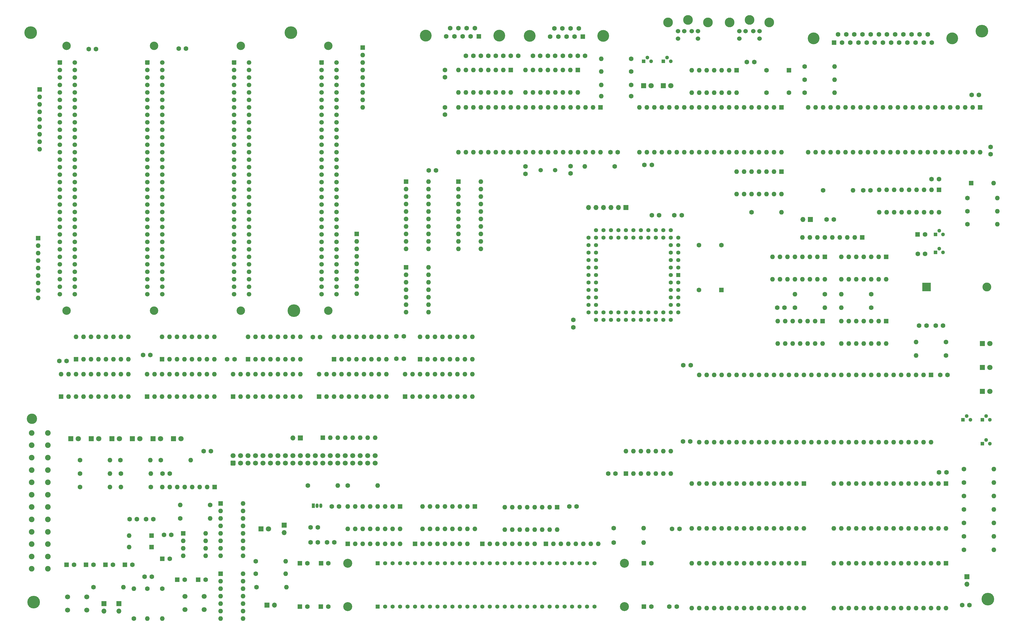
<source format=gbs>
G04 #@! TF.GenerationSoftware,KiCad,Pcbnew,(5.1.10)-1*
G04 #@! TF.CreationDate,2021-07-30T10:19:15+01:00*
G04 #@! TF.ProjectId,yddraig68k,79646472-6169-4673-9638-6b2e6b696361,rev?*
G04 #@! TF.SameCoordinates,Original*
G04 #@! TF.FileFunction,Soldermask,Bot*
G04 #@! TF.FilePolarity,Negative*
%FSLAX46Y46*%
G04 Gerber Fmt 4.6, Leading zero omitted, Abs format (unit mm)*
G04 Created by KiCad (PCBNEW (5.1.10)-1) date 2021-07-30 10:19:15*
%MOMM*%
%LPD*%
G01*
G04 APERTURE LIST*
%ADD10O,1.600000X1.600000*%
%ADD11R,1.600000X1.600000*%
%ADD12C,3.048000*%
%ADD13C,1.397000*%
%ADD14R,1.397000X1.397000*%
%ADD15C,1.600000*%
%ADD16C,4.300000*%
%ADD17R,3.000000X3.000000*%
%ADD18C,3.000000*%
%ADD19C,1.422400*%
%ADD20R,1.422400X1.422400*%
%ADD21C,2.850000*%
%ADD22C,1.550000*%
%ADD23C,1.500000*%
%ADD24C,1.700000*%
%ADD25R,1.050000X1.500000*%
%ADD26O,1.050000X1.500000*%
%ADD27R,1.300000X1.300000*%
%ADD28C,1.300000*%
%ADD29O,1.700000X1.700000*%
%ADD30R,1.700000X1.700000*%
%ADD31C,4.000000*%
%ADD32C,3.300000*%
%ADD33C,1.524000*%
%ADD34C,3.505200*%
%ADD35C,1.905000*%
%ADD36C,1.800000*%
%ADD37R,1.800000X1.800000*%
G04 APERTURE END LIST*
D10*
X387985000Y-92456000D03*
X329565000Y-77216000D03*
X385445000Y-92456000D03*
X332105000Y-77216000D03*
X382905000Y-92456000D03*
X334645000Y-77216000D03*
X380365000Y-92456000D03*
X337185000Y-77216000D03*
X377825000Y-92456000D03*
X339725000Y-77216000D03*
X375285000Y-92456000D03*
X342265000Y-77216000D03*
X372745000Y-92456000D03*
X344805000Y-77216000D03*
X370205000Y-92456000D03*
X347345000Y-77216000D03*
X367665000Y-92456000D03*
X349885000Y-77216000D03*
X365125000Y-92456000D03*
X352425000Y-77216000D03*
X362585000Y-92456000D03*
X354965000Y-77216000D03*
X360045000Y-92456000D03*
X357505000Y-77216000D03*
X357505000Y-92456000D03*
X360045000Y-77216000D03*
X354965000Y-92456000D03*
X362585000Y-77216000D03*
X352425000Y-92456000D03*
X365125000Y-77216000D03*
X349885000Y-92456000D03*
X367665000Y-77216000D03*
X347345000Y-92456000D03*
X370205000Y-77216000D03*
X344805000Y-92456000D03*
X372745000Y-77216000D03*
X342265000Y-92456000D03*
X375285000Y-77216000D03*
X339725000Y-92456000D03*
X377825000Y-77216000D03*
X337185000Y-92456000D03*
X380365000Y-77216000D03*
X334645000Y-92456000D03*
X382905000Y-77216000D03*
X332105000Y-92456000D03*
X385445000Y-77216000D03*
X329565000Y-92456000D03*
D11*
X387985000Y-77216000D03*
D12*
X173228000Y-232156000D03*
X267208000Y-232156000D03*
D13*
X257048000Y-232156000D03*
X254508000Y-232156000D03*
X251968000Y-232156000D03*
X249428000Y-232156000D03*
X246888000Y-232156000D03*
X244348000Y-232156000D03*
X241808000Y-232156000D03*
X239268000Y-232156000D03*
X236728000Y-232156000D03*
X234188000Y-232156000D03*
X231648000Y-232156000D03*
X229108000Y-232156000D03*
X226568000Y-232156000D03*
X224028000Y-232156000D03*
X221488000Y-232156000D03*
X218948000Y-232156000D03*
X216408000Y-232156000D03*
X213868000Y-232156000D03*
X211328000Y-232156000D03*
X208788000Y-232156000D03*
X206248000Y-232156000D03*
X203708000Y-232156000D03*
X201168000Y-232156000D03*
X198628000Y-232156000D03*
X196088000Y-232156000D03*
X193548000Y-232156000D03*
X191008000Y-232156000D03*
X188468000Y-232156000D03*
X185928000Y-232156000D03*
D14*
X183388000Y-232156000D03*
D15*
X375434000Y-151384000D03*
X372934000Y-151384000D03*
X369784000Y-151384000D03*
X367284000Y-151384000D03*
D10*
X183388000Y-205740000D03*
D15*
X173228000Y-205740000D03*
D10*
X191008000Y-225552000D03*
X188468000Y-225552000D03*
X185928000Y-225552000D03*
X183388000Y-225552000D03*
X180848000Y-225552000D03*
X178308000Y-225552000D03*
X175768000Y-225552000D03*
D11*
X173228000Y-225552000D03*
D10*
X258318000Y-225552000D03*
X255778000Y-225552000D03*
X253238000Y-225552000D03*
X250698000Y-225552000D03*
X248158000Y-225552000D03*
X245618000Y-225552000D03*
X243078000Y-225552000D03*
D11*
X240538000Y-225552000D03*
D10*
X213868000Y-225552000D03*
X211328000Y-225552000D03*
X208788000Y-225552000D03*
X206248000Y-225552000D03*
X203708000Y-225552000D03*
X201168000Y-225552000D03*
X198628000Y-225552000D03*
D11*
X196088000Y-225552000D03*
D10*
X236728000Y-225552000D03*
X234188000Y-225552000D03*
X231648000Y-225552000D03*
X229108000Y-225552000D03*
X226568000Y-225552000D03*
X224028000Y-225552000D03*
X221488000Y-225552000D03*
D11*
X218948000Y-225552000D03*
D10*
X110236000Y-206248000D03*
X112776000Y-206248000D03*
X115316000Y-206248000D03*
X117856000Y-206248000D03*
X120396000Y-206248000D03*
X122936000Y-206248000D03*
X125476000Y-206248000D03*
D11*
X128016000Y-206248000D03*
D10*
X182499000Y-189484000D03*
X179959000Y-189484000D03*
X177419000Y-189484000D03*
X174879000Y-189484000D03*
X172339000Y-189484000D03*
X169799000Y-189484000D03*
X167259000Y-189484000D03*
D11*
X164719000Y-189484000D03*
D15*
X246293000Y-59690000D03*
X248793000Y-59690000D03*
D16*
X153924000Y-51816000D03*
X154940000Y-146304000D03*
X388620000Y-51308000D03*
X390652000Y-244348000D03*
X66548000Y-245364000D03*
X65532000Y-51816000D03*
D10*
X356108000Y-157480000D03*
X340868000Y-149860000D03*
X353568000Y-157480000D03*
X343408000Y-149860000D03*
X351028000Y-157480000D03*
X345948000Y-149860000D03*
X348488000Y-157480000D03*
X348488000Y-149860000D03*
X345948000Y-157480000D03*
X351028000Y-149860000D03*
X343408000Y-157480000D03*
X353568000Y-149860000D03*
X340868000Y-157480000D03*
D11*
X356108000Y-149860000D03*
D10*
X334518000Y-157480000D03*
X319278000Y-149860000D03*
X331978000Y-157480000D03*
X321818000Y-149860000D03*
X329438000Y-157480000D03*
X324358000Y-149860000D03*
X326898000Y-157480000D03*
X326898000Y-149860000D03*
X324358000Y-157480000D03*
X329438000Y-149860000D03*
X321818000Y-157480000D03*
X331978000Y-149860000D03*
X319278000Y-157480000D03*
D11*
X334518000Y-149860000D03*
D10*
X320548000Y-106680000D03*
X305308000Y-99060000D03*
X318008000Y-106680000D03*
X307848000Y-99060000D03*
X315468000Y-106680000D03*
X310388000Y-99060000D03*
X312928000Y-106680000D03*
X312928000Y-99060000D03*
X310388000Y-106680000D03*
X315468000Y-99060000D03*
X307848000Y-106680000D03*
X318008000Y-99060000D03*
X305308000Y-106680000D03*
D11*
X320548000Y-99060000D03*
D10*
X169799000Y-205740000D03*
D15*
X159639000Y-205740000D03*
D17*
X369781000Y-138303000D03*
D18*
X390271000Y-138303000D03*
D10*
X273685000Y-225171000D03*
D15*
X263525000Y-225171000D03*
D19*
X280416000Y-149479000D03*
X277876000Y-149479000D03*
X275336000Y-149479000D03*
X272796000Y-149479000D03*
X270256000Y-149479000D03*
X267716000Y-149479000D03*
X265176000Y-149479000D03*
X262636000Y-149479000D03*
X260096000Y-149479000D03*
X257556000Y-149479000D03*
X280416000Y-146939000D03*
X277876000Y-146939000D03*
X275336000Y-146939000D03*
X272796000Y-146939000D03*
X270256000Y-146939000D03*
X267716000Y-146939000D03*
X265176000Y-146939000D03*
X262636000Y-146939000D03*
X260096000Y-146939000D03*
X257556000Y-146939000D03*
X255016000Y-146939000D03*
X255016000Y-144399000D03*
X255016000Y-141859000D03*
X255016000Y-139319000D03*
X255016000Y-136779000D03*
X255016000Y-134239000D03*
X255016000Y-131699000D03*
X255016000Y-129159000D03*
X255016000Y-126619000D03*
X255016000Y-124079000D03*
X255016000Y-121539000D03*
X257556000Y-144399000D03*
X257556000Y-141859000D03*
X257556000Y-139319000D03*
X257556000Y-136779000D03*
X257556000Y-134239000D03*
X257556000Y-131699000D03*
X257556000Y-129159000D03*
X257556000Y-126619000D03*
X257556000Y-124079000D03*
X257556000Y-121539000D03*
X257556000Y-118999000D03*
X260096000Y-118999000D03*
X262636000Y-118999000D03*
X265176000Y-118999000D03*
X267716000Y-118999000D03*
X270256000Y-118999000D03*
X272796000Y-118999000D03*
X275336000Y-118999000D03*
X277876000Y-118999000D03*
X280416000Y-118999000D03*
X282956000Y-118999000D03*
X260096000Y-121539000D03*
X262636000Y-121539000D03*
X265176000Y-121539000D03*
X267716000Y-121539000D03*
X270256000Y-121539000D03*
X272796000Y-121539000D03*
X275336000Y-121539000D03*
X277876000Y-121539000D03*
X280416000Y-121539000D03*
X282956000Y-121539000D03*
X285496000Y-146939000D03*
X285496000Y-144399000D03*
X285496000Y-141859000D03*
X285496000Y-139319000D03*
X285496000Y-136779000D03*
X285496000Y-121539000D03*
X285496000Y-124079000D03*
X285496000Y-126619000D03*
X285496000Y-129159000D03*
X285496000Y-131699000D03*
D20*
X285496000Y-134239000D03*
D19*
X282956000Y-149479000D03*
X282956000Y-146939000D03*
X282956000Y-144399000D03*
X282956000Y-141859000D03*
X282956000Y-139319000D03*
X282956000Y-136779000D03*
X282956000Y-124079000D03*
X282956000Y-126619000D03*
X282956000Y-129159000D03*
X282956000Y-131699000D03*
X282956000Y-134239000D03*
D10*
X320548000Y-92456000D03*
X272288000Y-77216000D03*
X318008000Y-92456000D03*
X274828000Y-77216000D03*
X315468000Y-92456000D03*
X277368000Y-77216000D03*
X312928000Y-92456000D03*
X279908000Y-77216000D03*
X310388000Y-92456000D03*
X282448000Y-77216000D03*
X307848000Y-92456000D03*
X284988000Y-77216000D03*
X305308000Y-92456000D03*
X287528000Y-77216000D03*
X302768000Y-92456000D03*
X290068000Y-77216000D03*
X300228000Y-92456000D03*
X292608000Y-77216000D03*
X297688000Y-92456000D03*
X295148000Y-77216000D03*
X295148000Y-92456000D03*
X297688000Y-77216000D03*
X292608000Y-92456000D03*
X300228000Y-77216000D03*
X290068000Y-92456000D03*
X302768000Y-77216000D03*
X287528000Y-92456000D03*
X305308000Y-77216000D03*
X284988000Y-92456000D03*
X307848000Y-77216000D03*
X282448000Y-92456000D03*
X310388000Y-77216000D03*
X279908000Y-92456000D03*
X312928000Y-77216000D03*
X277368000Y-92456000D03*
X315468000Y-77216000D03*
X274828000Y-92456000D03*
X318008000Y-77216000D03*
X272288000Y-92456000D03*
D11*
X320548000Y-77216000D03*
D21*
X166578000Y-146346000D03*
X166578000Y-56346000D03*
D22*
X169418000Y-140716000D03*
X169418000Y-138176000D03*
X169418000Y-135636000D03*
X169418000Y-133096000D03*
X169418000Y-130556000D03*
X169418000Y-128016000D03*
X169418000Y-125476000D03*
X169418000Y-122936000D03*
X169418000Y-120396000D03*
X169418000Y-117856000D03*
X169418000Y-115316000D03*
X169418000Y-112776000D03*
X169418000Y-110236000D03*
X169418000Y-107696000D03*
X169418000Y-105156000D03*
X169418000Y-102616000D03*
X169418000Y-100076000D03*
X169418000Y-97536000D03*
X169418000Y-94996000D03*
X169418000Y-92456000D03*
X169418000Y-89916000D03*
X169418000Y-87376000D03*
X169418000Y-84836000D03*
X169418000Y-82296000D03*
X169418000Y-79756000D03*
X169418000Y-77216000D03*
X169418000Y-74676000D03*
X169418000Y-72136000D03*
X169418000Y-69596000D03*
X169418000Y-67056000D03*
X169418000Y-64516000D03*
X169418000Y-61976000D03*
X164338000Y-140716000D03*
X164338000Y-138176000D03*
X164338000Y-135636000D03*
X164338000Y-133096000D03*
X164338000Y-130556000D03*
X164338000Y-128016000D03*
X164338000Y-125476000D03*
X164338000Y-122936000D03*
X164338000Y-120396000D03*
X164338000Y-117856000D03*
X164338000Y-115316000D03*
X164338000Y-112776000D03*
X164338000Y-110236000D03*
X164338000Y-107696000D03*
X164338000Y-105156000D03*
X164338000Y-102616000D03*
X164338000Y-100076000D03*
X164338000Y-97536000D03*
X164338000Y-94996000D03*
X164338000Y-92456000D03*
X164338000Y-89916000D03*
X164338000Y-87376000D03*
X164338000Y-84836000D03*
X164338000Y-82296000D03*
X164338000Y-79756000D03*
X164338000Y-77216000D03*
X164338000Y-74676000D03*
X164338000Y-72136000D03*
X164338000Y-69596000D03*
X164338000Y-67056000D03*
X164338000Y-64516000D03*
G36*
G01*
X163563000Y-62501002D02*
X163563000Y-61450998D01*
G75*
G02*
X163812998Y-61201000I249998J0D01*
G01*
X164863002Y-61201000D01*
G75*
G02*
X165113000Y-61450998I0J-249998D01*
G01*
X165113000Y-62501002D01*
G75*
G02*
X164863002Y-62751000I-249998J0D01*
G01*
X163812998Y-62751000D01*
G75*
G02*
X163563000Y-62501002I0J249998D01*
G01*
G37*
D10*
X328168000Y-247396000D03*
X290068000Y-232156000D03*
X325628000Y-247396000D03*
X292608000Y-232156000D03*
X323088000Y-247396000D03*
X295148000Y-232156000D03*
X320548000Y-247396000D03*
X297688000Y-232156000D03*
X318008000Y-247396000D03*
X300228000Y-232156000D03*
X315468000Y-247396000D03*
X302768000Y-232156000D03*
X312928000Y-247396000D03*
X305308000Y-232156000D03*
X310388000Y-247396000D03*
X307848000Y-232156000D03*
X307848000Y-247396000D03*
X310388000Y-232156000D03*
X305308000Y-247396000D03*
X312928000Y-232156000D03*
X302768000Y-247396000D03*
X315468000Y-232156000D03*
X300228000Y-247396000D03*
X318008000Y-232156000D03*
X297688000Y-247396000D03*
X320548000Y-232156000D03*
X295148000Y-247396000D03*
X323088000Y-232156000D03*
X292608000Y-247396000D03*
X325628000Y-232156000D03*
X290068000Y-247396000D03*
D11*
X328168000Y-232156000D03*
G36*
G01*
X133845000Y-62501002D02*
X133845000Y-61450998D01*
G75*
G02*
X134094998Y-61201000I249998J0D01*
G01*
X135145002Y-61201000D01*
G75*
G02*
X135395000Y-61450998I0J-249998D01*
G01*
X135395000Y-62501002D01*
G75*
G02*
X135145002Y-62751000I-249998J0D01*
G01*
X134094998Y-62751000D01*
G75*
G02*
X133845000Y-62501002I0J249998D01*
G01*
G37*
D22*
X134620000Y-64516000D03*
X134620000Y-67056000D03*
X134620000Y-69596000D03*
X134620000Y-72136000D03*
X134620000Y-74676000D03*
X134620000Y-77216000D03*
X134620000Y-79756000D03*
X134620000Y-82296000D03*
X134620000Y-84836000D03*
X134620000Y-87376000D03*
X134620000Y-89916000D03*
X134620000Y-92456000D03*
X134620000Y-94996000D03*
X134620000Y-97536000D03*
X134620000Y-100076000D03*
X134620000Y-102616000D03*
X134620000Y-105156000D03*
X134620000Y-107696000D03*
X134620000Y-110236000D03*
X134620000Y-112776000D03*
X134620000Y-115316000D03*
X134620000Y-117856000D03*
X134620000Y-120396000D03*
X134620000Y-122936000D03*
X134620000Y-125476000D03*
X134620000Y-128016000D03*
X134620000Y-130556000D03*
X134620000Y-133096000D03*
X134620000Y-135636000D03*
X134620000Y-138176000D03*
X134620000Y-140716000D03*
X139700000Y-61976000D03*
X139700000Y-64516000D03*
X139700000Y-67056000D03*
X139700000Y-69596000D03*
X139700000Y-72136000D03*
X139700000Y-74676000D03*
X139700000Y-77216000D03*
X139700000Y-79756000D03*
X139700000Y-82296000D03*
X139700000Y-84836000D03*
X139700000Y-87376000D03*
X139700000Y-89916000D03*
X139700000Y-92456000D03*
X139700000Y-94996000D03*
X139700000Y-97536000D03*
X139700000Y-100076000D03*
X139700000Y-102616000D03*
X139700000Y-105156000D03*
X139700000Y-107696000D03*
X139700000Y-110236000D03*
X139700000Y-112776000D03*
X139700000Y-115316000D03*
X139700000Y-117856000D03*
X139700000Y-120396000D03*
X139700000Y-122936000D03*
X139700000Y-125476000D03*
X139700000Y-128016000D03*
X139700000Y-130556000D03*
X139700000Y-133096000D03*
X139700000Y-135636000D03*
X139700000Y-138176000D03*
X139700000Y-140716000D03*
D21*
X136860000Y-56346000D03*
X136860000Y-146346000D03*
X107396000Y-146346000D03*
X107396000Y-56346000D03*
D22*
X110236000Y-140716000D03*
X110236000Y-138176000D03*
X110236000Y-135636000D03*
X110236000Y-133096000D03*
X110236000Y-130556000D03*
X110236000Y-128016000D03*
X110236000Y-125476000D03*
X110236000Y-122936000D03*
X110236000Y-120396000D03*
X110236000Y-117856000D03*
X110236000Y-115316000D03*
X110236000Y-112776000D03*
X110236000Y-110236000D03*
X110236000Y-107696000D03*
X110236000Y-105156000D03*
X110236000Y-102616000D03*
X110236000Y-100076000D03*
X110236000Y-97536000D03*
X110236000Y-94996000D03*
X110236000Y-92456000D03*
X110236000Y-89916000D03*
X110236000Y-87376000D03*
X110236000Y-84836000D03*
X110236000Y-82296000D03*
X110236000Y-79756000D03*
X110236000Y-77216000D03*
X110236000Y-74676000D03*
X110236000Y-72136000D03*
X110236000Y-69596000D03*
X110236000Y-67056000D03*
X110236000Y-64516000D03*
X110236000Y-61976000D03*
X105156000Y-140716000D03*
X105156000Y-138176000D03*
X105156000Y-135636000D03*
X105156000Y-133096000D03*
X105156000Y-130556000D03*
X105156000Y-128016000D03*
X105156000Y-125476000D03*
X105156000Y-122936000D03*
X105156000Y-120396000D03*
X105156000Y-117856000D03*
X105156000Y-115316000D03*
X105156000Y-112776000D03*
X105156000Y-110236000D03*
X105156000Y-107696000D03*
X105156000Y-105156000D03*
X105156000Y-102616000D03*
X105156000Y-100076000D03*
X105156000Y-97536000D03*
X105156000Y-94996000D03*
X105156000Y-92456000D03*
X105156000Y-89916000D03*
X105156000Y-87376000D03*
X105156000Y-84836000D03*
X105156000Y-82296000D03*
X105156000Y-79756000D03*
X105156000Y-77216000D03*
X105156000Y-74676000D03*
X105156000Y-72136000D03*
X105156000Y-69596000D03*
X105156000Y-67056000D03*
X105156000Y-64516000D03*
G36*
G01*
X104381000Y-62501002D02*
X104381000Y-61450998D01*
G75*
G02*
X104630998Y-61201000I249998J0D01*
G01*
X105681002Y-61201000D01*
G75*
G02*
X105931000Y-61450998I0J-249998D01*
G01*
X105931000Y-62501002D01*
G75*
G02*
X105681002Y-62751000I-249998J0D01*
G01*
X104630998Y-62751000D01*
G75*
G02*
X104381000Y-62501002I0J249998D01*
G01*
G37*
D10*
X376428000Y-220345000D03*
X338328000Y-205105000D03*
X373888000Y-220345000D03*
X340868000Y-205105000D03*
X371348000Y-220345000D03*
X343408000Y-205105000D03*
X368808000Y-220345000D03*
X345948000Y-205105000D03*
X366268000Y-220345000D03*
X348488000Y-205105000D03*
X363728000Y-220345000D03*
X351028000Y-205105000D03*
X361188000Y-220345000D03*
X353568000Y-205105000D03*
X358648000Y-220345000D03*
X356108000Y-205105000D03*
X356108000Y-220345000D03*
X358648000Y-205105000D03*
X353568000Y-220345000D03*
X361188000Y-205105000D03*
X351028000Y-220345000D03*
X363728000Y-205105000D03*
X348488000Y-220345000D03*
X366268000Y-205105000D03*
X345948000Y-220345000D03*
X368808000Y-205105000D03*
X343408000Y-220345000D03*
X371348000Y-205105000D03*
X340868000Y-220345000D03*
X373888000Y-205105000D03*
X338328000Y-220345000D03*
D11*
X376428000Y-205105000D03*
D10*
X200660000Y-131572000D03*
X193040000Y-146812000D03*
X200660000Y-134112000D03*
X193040000Y-144272000D03*
X200660000Y-136652000D03*
X193040000Y-141732000D03*
X200660000Y-139192000D03*
X193040000Y-139192000D03*
X200660000Y-141732000D03*
X193040000Y-136652000D03*
X200660000Y-144272000D03*
X193040000Y-134112000D03*
X200660000Y-146812000D03*
D11*
X193040000Y-131572000D03*
D23*
X238760000Y-98552000D03*
X243660000Y-98552000D03*
D15*
X315468000Y-64643000D03*
X315468000Y-72263000D03*
X323088000Y-72263000D03*
D11*
X323088000Y-64643000D03*
D15*
X300101000Y-124079000D03*
X292481000Y-124079000D03*
X292481000Y-139319000D03*
D11*
X300101000Y-139319000D03*
D10*
X200660000Y-102489000D03*
X193040000Y-125349000D03*
X200660000Y-105029000D03*
X193040000Y-122809000D03*
X200660000Y-107569000D03*
X193040000Y-120269000D03*
X200660000Y-110109000D03*
X193040000Y-117729000D03*
X200660000Y-112649000D03*
X193040000Y-115189000D03*
X200660000Y-115189000D03*
X193040000Y-112649000D03*
X200660000Y-117729000D03*
X193040000Y-110109000D03*
X200660000Y-120269000D03*
X193040000Y-107569000D03*
X200660000Y-122809000D03*
X193040000Y-105029000D03*
X200660000Y-125349000D03*
D11*
X193040000Y-102489000D03*
D10*
X192659000Y-167894000D03*
X215519000Y-175514000D03*
X195199000Y-167894000D03*
X212979000Y-175514000D03*
X197739000Y-167894000D03*
X210439000Y-175514000D03*
X200279000Y-167894000D03*
X207899000Y-175514000D03*
X202819000Y-167894000D03*
X205359000Y-175514000D03*
X205359000Y-167894000D03*
X202819000Y-175514000D03*
X207899000Y-167894000D03*
X200279000Y-175514000D03*
X210439000Y-167894000D03*
X197739000Y-175514000D03*
X212979000Y-167894000D03*
X195199000Y-175514000D03*
X215519000Y-167894000D03*
D11*
X192659000Y-175514000D03*
D10*
X163449000Y-167894000D03*
X186309000Y-175514000D03*
X165989000Y-167894000D03*
X183769000Y-175514000D03*
X168529000Y-167894000D03*
X181229000Y-175514000D03*
X171069000Y-167894000D03*
X178689000Y-175514000D03*
X173609000Y-167894000D03*
X176149000Y-175514000D03*
X176149000Y-167894000D03*
X173609000Y-175514000D03*
X178689000Y-167894000D03*
X171069000Y-175514000D03*
X181229000Y-167894000D03*
X168529000Y-175514000D03*
X183769000Y-167894000D03*
X165989000Y-175514000D03*
X186309000Y-167894000D03*
D11*
X163449000Y-175514000D03*
D10*
X218440000Y-102489000D03*
X210820000Y-125349000D03*
X218440000Y-105029000D03*
X210820000Y-122809000D03*
X218440000Y-107569000D03*
X210820000Y-120269000D03*
X218440000Y-110109000D03*
X210820000Y-117729000D03*
X218440000Y-112649000D03*
X210820000Y-115189000D03*
X218440000Y-115189000D03*
X210820000Y-112649000D03*
X218440000Y-117729000D03*
X210820000Y-110109000D03*
X218440000Y-120269000D03*
X210820000Y-107569000D03*
X218440000Y-122809000D03*
X210820000Y-105029000D03*
X218440000Y-125349000D03*
D11*
X210820000Y-102489000D03*
D10*
X134239000Y-167894000D03*
X157099000Y-175514000D03*
X136779000Y-167894000D03*
X154559000Y-175514000D03*
X139319000Y-167894000D03*
X152019000Y-175514000D03*
X141859000Y-167894000D03*
X149479000Y-175514000D03*
X144399000Y-167894000D03*
X146939000Y-175514000D03*
X146939000Y-167894000D03*
X144399000Y-175514000D03*
X149479000Y-167894000D03*
X141859000Y-175514000D03*
X152019000Y-167894000D03*
X139319000Y-175514000D03*
X154559000Y-167894000D03*
X136779000Y-175514000D03*
X157099000Y-167894000D03*
D11*
X134239000Y-175514000D03*
D10*
X105029000Y-167894000D03*
X127889000Y-175514000D03*
X107569000Y-167894000D03*
X125349000Y-175514000D03*
X110109000Y-167894000D03*
X122809000Y-175514000D03*
X112649000Y-167894000D03*
X120269000Y-175514000D03*
X115189000Y-167894000D03*
X117729000Y-175514000D03*
X117729000Y-167894000D03*
X115189000Y-175514000D03*
X120269000Y-167894000D03*
X112649000Y-175514000D03*
X122809000Y-167894000D03*
X110109000Y-175514000D03*
X125349000Y-167894000D03*
X107569000Y-175514000D03*
X127889000Y-167894000D03*
D11*
X105029000Y-175514000D03*
D10*
X75819000Y-167894000D03*
X98679000Y-175514000D03*
X78359000Y-167894000D03*
X96139000Y-175514000D03*
X80899000Y-167894000D03*
X93599000Y-175514000D03*
X83439000Y-167894000D03*
X91059000Y-175514000D03*
X85979000Y-167894000D03*
X88519000Y-175514000D03*
X88519000Y-167894000D03*
X85979000Y-175514000D03*
X91059000Y-167894000D03*
X83439000Y-175514000D03*
X93599000Y-167894000D03*
X80899000Y-175514000D03*
X96139000Y-167894000D03*
X78359000Y-175514000D03*
X98679000Y-167894000D03*
D11*
X75819000Y-175514000D03*
D10*
X244348000Y-220726000D03*
X226568000Y-213106000D03*
X241808000Y-220726000D03*
X229108000Y-213106000D03*
X239268000Y-220726000D03*
X231648000Y-213106000D03*
X236728000Y-220726000D03*
X234188000Y-213106000D03*
X234188000Y-220726000D03*
X236728000Y-213106000D03*
X231648000Y-220726000D03*
X239268000Y-213106000D03*
X229108000Y-220726000D03*
X241808000Y-213106000D03*
X226568000Y-220726000D03*
D11*
X244348000Y-213106000D03*
D10*
X216408000Y-220472000D03*
X198628000Y-212852000D03*
X213868000Y-220472000D03*
X201168000Y-212852000D03*
X211328000Y-220472000D03*
X203708000Y-212852000D03*
X208788000Y-220472000D03*
X206248000Y-212852000D03*
X206248000Y-220472000D03*
X208788000Y-212852000D03*
X203708000Y-220472000D03*
X211328000Y-212852000D03*
X201168000Y-220472000D03*
X213868000Y-212852000D03*
X198628000Y-220472000D03*
D11*
X216408000Y-212852000D03*
D10*
X191008000Y-220472000D03*
X173228000Y-212852000D03*
X188468000Y-220472000D03*
X175768000Y-212852000D03*
X185928000Y-220472000D03*
X178308000Y-212852000D03*
X183388000Y-220472000D03*
X180848000Y-212852000D03*
X180848000Y-220472000D03*
X183388000Y-212852000D03*
X178308000Y-220472000D03*
X185928000Y-212852000D03*
X175768000Y-220472000D03*
X188468000Y-212852000D03*
X173228000Y-220472000D03*
D11*
X191008000Y-212852000D03*
D10*
X137668000Y-211836000D03*
X130048000Y-229616000D03*
X137668000Y-214376000D03*
X130048000Y-227076000D03*
X137668000Y-216916000D03*
X130048000Y-224536000D03*
X137668000Y-219456000D03*
X130048000Y-221996000D03*
X137668000Y-221996000D03*
X130048000Y-219456000D03*
X137668000Y-224536000D03*
X130048000Y-216916000D03*
X137668000Y-227076000D03*
X130048000Y-214376000D03*
X137668000Y-229616000D03*
D11*
X130048000Y-211836000D03*
X374015000Y-105283000D03*
D10*
X353695000Y-112903000D03*
X371475000Y-105283000D03*
X356235000Y-112903000D03*
X368935000Y-105283000D03*
X358775000Y-112903000D03*
X366395000Y-105283000D03*
X361315000Y-112903000D03*
X363855000Y-105283000D03*
X363855000Y-112903000D03*
X361315000Y-105283000D03*
X366395000Y-112903000D03*
X358775000Y-105283000D03*
X368935000Y-112903000D03*
X356235000Y-105283000D03*
X371475000Y-112903000D03*
X353695000Y-105283000D03*
X374015000Y-112903000D03*
X251333000Y-72136000D03*
X233553000Y-64516000D03*
X248793000Y-72136000D03*
X236093000Y-64516000D03*
X246253000Y-72136000D03*
X238633000Y-64516000D03*
X243713000Y-72136000D03*
X241173000Y-64516000D03*
X241173000Y-72136000D03*
X243713000Y-64516000D03*
X238633000Y-72136000D03*
X246253000Y-64516000D03*
X236093000Y-72136000D03*
X248793000Y-64516000D03*
X233553000Y-72136000D03*
D11*
X251333000Y-64516000D03*
D10*
X228600000Y-72136000D03*
X210820000Y-64516000D03*
X226060000Y-72136000D03*
X213360000Y-64516000D03*
X223520000Y-72136000D03*
X215900000Y-64516000D03*
X220980000Y-72136000D03*
X218440000Y-64516000D03*
X218440000Y-72136000D03*
X220980000Y-64516000D03*
X215900000Y-72136000D03*
X223520000Y-64516000D03*
X213360000Y-72136000D03*
X226060000Y-64516000D03*
X210820000Y-72136000D03*
D11*
X228600000Y-64516000D03*
D10*
X305308000Y-72263000D03*
X290068000Y-64643000D03*
X302768000Y-72263000D03*
X292608000Y-64643000D03*
X300228000Y-72263000D03*
X295148000Y-64643000D03*
X297688000Y-72263000D03*
X297688000Y-64643000D03*
X295148000Y-72263000D03*
X300228000Y-64643000D03*
X292608000Y-72263000D03*
X302768000Y-64643000D03*
X290068000Y-72263000D03*
D11*
X305308000Y-64643000D03*
D10*
X259080000Y-92456000D03*
X210820000Y-77216000D03*
X256540000Y-92456000D03*
X213360000Y-77216000D03*
X254000000Y-92456000D03*
X215900000Y-77216000D03*
X251460000Y-92456000D03*
X218440000Y-77216000D03*
X248920000Y-92456000D03*
X220980000Y-77216000D03*
X246380000Y-92456000D03*
X223520000Y-77216000D03*
X243840000Y-92456000D03*
X226060000Y-77216000D03*
X241300000Y-92456000D03*
X228600000Y-77216000D03*
X238760000Y-92456000D03*
X231140000Y-77216000D03*
X236220000Y-92456000D03*
X233680000Y-77216000D03*
X233680000Y-92456000D03*
X236220000Y-77216000D03*
X231140000Y-92456000D03*
X238760000Y-77216000D03*
X228600000Y-92456000D03*
X241300000Y-77216000D03*
X226060000Y-92456000D03*
X243840000Y-77216000D03*
X223520000Y-92456000D03*
X246380000Y-77216000D03*
X220980000Y-92456000D03*
X248920000Y-77216000D03*
X218440000Y-92456000D03*
X251460000Y-77216000D03*
X215900000Y-92456000D03*
X254000000Y-77216000D03*
X213360000Y-92456000D03*
X256540000Y-77216000D03*
X210820000Y-92456000D03*
D11*
X259080000Y-77216000D03*
D10*
X335280000Y-135636000D03*
X317500000Y-128016000D03*
X332740000Y-135636000D03*
X320040000Y-128016000D03*
X330200000Y-135636000D03*
X322580000Y-128016000D03*
X327660000Y-135636000D03*
X325120000Y-128016000D03*
X325120000Y-135636000D03*
X327660000Y-128016000D03*
X322580000Y-135636000D03*
X330200000Y-128016000D03*
X320040000Y-135636000D03*
X332740000Y-128016000D03*
X317500000Y-135636000D03*
D11*
X335280000Y-128016000D03*
D10*
X356108000Y-135636000D03*
X340868000Y-128016000D03*
X353568000Y-135636000D03*
X343408000Y-128016000D03*
X351028000Y-135636000D03*
X345948000Y-128016000D03*
X348488000Y-135636000D03*
X348488000Y-128016000D03*
X345948000Y-135636000D03*
X351028000Y-128016000D03*
X343408000Y-135636000D03*
X353568000Y-128016000D03*
X340868000Y-135636000D03*
D11*
X356108000Y-128016000D03*
D10*
X328168000Y-220345000D03*
X290068000Y-205105000D03*
X325628000Y-220345000D03*
X292608000Y-205105000D03*
X323088000Y-220345000D03*
X295148000Y-205105000D03*
X320548000Y-220345000D03*
X297688000Y-205105000D03*
X318008000Y-220345000D03*
X300228000Y-205105000D03*
X315468000Y-220345000D03*
X302768000Y-205105000D03*
X312928000Y-220345000D03*
X305308000Y-205105000D03*
X310388000Y-220345000D03*
X307848000Y-205105000D03*
X307848000Y-220345000D03*
X310388000Y-205105000D03*
X305308000Y-220345000D03*
X312928000Y-205105000D03*
X302768000Y-220345000D03*
X315468000Y-205105000D03*
X300228000Y-220345000D03*
X318008000Y-205105000D03*
X297688000Y-220345000D03*
X320548000Y-205105000D03*
X295148000Y-220345000D03*
X323088000Y-205105000D03*
X292608000Y-220345000D03*
X325628000Y-205105000D03*
X290068000Y-220345000D03*
D11*
X328168000Y-205105000D03*
D10*
X376428000Y-247396000D03*
X338328000Y-232156000D03*
X373888000Y-247396000D03*
X340868000Y-232156000D03*
X371348000Y-247396000D03*
X343408000Y-232156000D03*
X368808000Y-247396000D03*
X345948000Y-232156000D03*
X366268000Y-247396000D03*
X348488000Y-232156000D03*
X363728000Y-247396000D03*
X351028000Y-232156000D03*
X361188000Y-247396000D03*
X353568000Y-232156000D03*
X358648000Y-247396000D03*
X356108000Y-232156000D03*
X356108000Y-247396000D03*
X358648000Y-232156000D03*
X353568000Y-247396000D03*
X361188000Y-232156000D03*
X351028000Y-247396000D03*
X363728000Y-232156000D03*
X348488000Y-247396000D03*
X366268000Y-232156000D03*
X345948000Y-247396000D03*
X368808000Y-232156000D03*
X343408000Y-247396000D03*
X371348000Y-232156000D03*
X340868000Y-247396000D03*
X373888000Y-232156000D03*
X338328000Y-247396000D03*
D11*
X376428000Y-232156000D03*
D10*
X267716000Y-194056000D03*
X282956000Y-201676000D03*
X270256000Y-194056000D03*
X280416000Y-201676000D03*
X272796000Y-194056000D03*
X277876000Y-201676000D03*
X275336000Y-194056000D03*
X275336000Y-201676000D03*
X277876000Y-194056000D03*
X272796000Y-201676000D03*
X280416000Y-194056000D03*
X270256000Y-201676000D03*
X282956000Y-194056000D03*
D11*
X267716000Y-201676000D03*
D10*
X371348000Y-191008000D03*
X292608000Y-168148000D03*
X368808000Y-191008000D03*
X295148000Y-168148000D03*
X366268000Y-191008000D03*
X297688000Y-168148000D03*
X363728000Y-191008000D03*
X300228000Y-168148000D03*
X361188000Y-191008000D03*
X302768000Y-168148000D03*
X358648000Y-191008000D03*
X305308000Y-168148000D03*
X356108000Y-191008000D03*
X307848000Y-168148000D03*
X353568000Y-191008000D03*
X310388000Y-168148000D03*
X351028000Y-191008000D03*
X312928000Y-168148000D03*
X348488000Y-191008000D03*
X315468000Y-168148000D03*
X345948000Y-191008000D03*
X318008000Y-168148000D03*
X343408000Y-191008000D03*
X320548000Y-168148000D03*
X340868000Y-191008000D03*
X323088000Y-168148000D03*
X338328000Y-191008000D03*
X325628000Y-168148000D03*
X335788000Y-191008000D03*
X328168000Y-168148000D03*
X333248000Y-191008000D03*
X330708000Y-168148000D03*
X330708000Y-191008000D03*
X333248000Y-168148000D03*
X328168000Y-191008000D03*
X335788000Y-168148000D03*
X325628000Y-191008000D03*
X338328000Y-168148000D03*
X323088000Y-191008000D03*
X340868000Y-168148000D03*
X320548000Y-191008000D03*
X343408000Y-168148000D03*
X318008000Y-191008000D03*
X345948000Y-168148000D03*
X315468000Y-191008000D03*
X348488000Y-168148000D03*
X312928000Y-191008000D03*
X351028000Y-168148000D03*
X310388000Y-191008000D03*
X353568000Y-168148000D03*
X307848000Y-191008000D03*
X356108000Y-168148000D03*
X305308000Y-191008000D03*
X358648000Y-168148000D03*
X302768000Y-191008000D03*
X361188000Y-168148000D03*
X300228000Y-191008000D03*
X363728000Y-168148000D03*
X297688000Y-191008000D03*
X366268000Y-168148000D03*
X295148000Y-191008000D03*
X368808000Y-168148000D03*
X292608000Y-191008000D03*
D11*
X371348000Y-168148000D03*
D10*
X124968000Y-221996000D03*
X117348000Y-229616000D03*
X124968000Y-224536000D03*
X117348000Y-227076000D03*
X124968000Y-227076000D03*
X117348000Y-224536000D03*
X124968000Y-229616000D03*
D11*
X117348000Y-221996000D03*
D10*
X137668000Y-235712000D03*
X130048000Y-250952000D03*
X137668000Y-238252000D03*
X130048000Y-248412000D03*
X137668000Y-240792000D03*
X130048000Y-245872000D03*
X137668000Y-243332000D03*
X130048000Y-243332000D03*
X137668000Y-245872000D03*
X130048000Y-240792000D03*
X137668000Y-248412000D03*
X130048000Y-238252000D03*
X137668000Y-250952000D03*
D11*
X130048000Y-235712000D03*
D24*
X117960000Y-243404000D03*
X124460000Y-243404000D03*
X117960000Y-247904000D03*
X124460000Y-247904000D03*
X78082000Y-243586000D03*
X84582000Y-243586000D03*
X78082000Y-248086000D03*
X84582000Y-248086000D03*
D10*
X68580000Y-91440000D03*
X68580000Y-88900000D03*
X68580000Y-86360000D03*
X68580000Y-83820000D03*
X68580000Y-81280000D03*
X68580000Y-78740000D03*
X68580000Y-76200000D03*
X68580000Y-73660000D03*
D11*
X68580000Y-71120000D03*
D10*
X178308000Y-77216000D03*
X178308000Y-74676000D03*
X178308000Y-72136000D03*
X178308000Y-69596000D03*
X178308000Y-67056000D03*
X178308000Y-64516000D03*
X178308000Y-61976000D03*
X178308000Y-59436000D03*
D11*
X178308000Y-56896000D03*
D10*
X197739000Y-155194000D03*
X215519000Y-162814000D03*
X200279000Y-155194000D03*
X212979000Y-162814000D03*
X202819000Y-155194000D03*
X210439000Y-162814000D03*
X205359000Y-155194000D03*
X207899000Y-162814000D03*
X207899000Y-155194000D03*
X205359000Y-162814000D03*
X210439000Y-155194000D03*
X202819000Y-162814000D03*
X212979000Y-155194000D03*
X200279000Y-162814000D03*
X215519000Y-155194000D03*
D11*
X197739000Y-162814000D03*
D10*
X168529000Y-155194000D03*
X186309000Y-162814000D03*
X171069000Y-155194000D03*
X183769000Y-162814000D03*
X173609000Y-155194000D03*
X181229000Y-162814000D03*
X176149000Y-155194000D03*
X178689000Y-162814000D03*
X178689000Y-155194000D03*
X176149000Y-162814000D03*
X181229000Y-155194000D03*
X173609000Y-162814000D03*
X183769000Y-155194000D03*
X171069000Y-162814000D03*
X186309000Y-155194000D03*
D11*
X168529000Y-162814000D03*
D10*
X139319000Y-155194000D03*
X157099000Y-162814000D03*
X141859000Y-155194000D03*
X154559000Y-162814000D03*
X144399000Y-155194000D03*
X152019000Y-162814000D03*
X146939000Y-155194000D03*
X149479000Y-162814000D03*
X149479000Y-155194000D03*
X146939000Y-162814000D03*
X152019000Y-155194000D03*
X144399000Y-162814000D03*
X154559000Y-155194000D03*
X141859000Y-162814000D03*
X157099000Y-155194000D03*
D11*
X139319000Y-162814000D03*
D10*
X110109000Y-155194000D03*
X127889000Y-162814000D03*
X112649000Y-155194000D03*
X125349000Y-162814000D03*
X115189000Y-155194000D03*
X122809000Y-162814000D03*
X117729000Y-155194000D03*
X120269000Y-162814000D03*
X120269000Y-155194000D03*
X117729000Y-162814000D03*
X122809000Y-155194000D03*
X115189000Y-162814000D03*
X125349000Y-155194000D03*
X112649000Y-162814000D03*
X127889000Y-155194000D03*
D11*
X110109000Y-162814000D03*
D10*
X80899000Y-155194000D03*
X98679000Y-162814000D03*
X83439000Y-155194000D03*
X96139000Y-162814000D03*
X85979000Y-155194000D03*
X93599000Y-162814000D03*
X88519000Y-155194000D03*
X91059000Y-162814000D03*
X91059000Y-155194000D03*
X88519000Y-162814000D03*
X93599000Y-155194000D03*
X85979000Y-162814000D03*
X96139000Y-155194000D03*
X83439000Y-162814000D03*
X98679000Y-155194000D03*
D11*
X80899000Y-162814000D03*
D10*
X176276000Y-140589000D03*
X176276000Y-138049000D03*
X176276000Y-135509000D03*
X176276000Y-132969000D03*
X176276000Y-130429000D03*
X176276000Y-127889000D03*
X176276000Y-125349000D03*
X176276000Y-122809000D03*
D11*
X176276000Y-120269000D03*
D10*
X68072000Y-141986000D03*
X68072000Y-139446000D03*
X68072000Y-136906000D03*
X68072000Y-134366000D03*
X68072000Y-131826000D03*
X68072000Y-129286000D03*
X68072000Y-126746000D03*
X68072000Y-124206000D03*
D11*
X68072000Y-121666000D03*
D10*
X327660000Y-121412000D03*
X330200000Y-121412000D03*
X332740000Y-121412000D03*
X335280000Y-121412000D03*
X337820000Y-121412000D03*
X340360000Y-121412000D03*
X342900000Y-121412000D03*
X345440000Y-121412000D03*
D11*
X347980000Y-121412000D03*
D10*
X273685000Y-220218000D03*
D15*
X263525000Y-220218000D03*
D10*
X152400000Y-240284000D03*
D15*
X142240000Y-240284000D03*
D10*
X152146000Y-235712000D03*
D15*
X141986000Y-235712000D03*
D10*
X152146000Y-231521000D03*
D15*
X141986000Y-231521000D03*
D10*
X393827000Y-116967000D03*
D15*
X383667000Y-116967000D03*
D10*
X393827000Y-108077000D03*
D15*
X383667000Y-108077000D03*
D10*
X393827000Y-112522000D03*
D15*
X383667000Y-112522000D03*
D10*
X338582000Y-63373000D03*
D15*
X328422000Y-63373000D03*
D10*
X259334000Y-69596000D03*
D15*
X269494000Y-69596000D03*
D10*
X259334000Y-60706000D03*
D15*
X269494000Y-60706000D03*
D10*
X259334000Y-73406000D03*
D15*
X269494000Y-73406000D03*
D10*
X259334000Y-65024000D03*
D15*
X269494000Y-65024000D03*
D10*
X338582000Y-72263000D03*
D15*
X328422000Y-72263000D03*
D10*
X338582000Y-67818000D03*
D15*
X328422000Y-67818000D03*
D10*
X253746000Y-97282000D03*
D15*
X263906000Y-97282000D03*
D10*
X320548000Y-112903000D03*
D15*
X310388000Y-112903000D03*
D10*
X392684000Y-218440000D03*
D15*
X382524000Y-218440000D03*
D10*
X392684000Y-223012000D03*
D15*
X382524000Y-223012000D03*
D10*
X392684000Y-227584000D03*
D15*
X382524000Y-227584000D03*
D10*
X392684000Y-209296000D03*
D15*
X382524000Y-209296000D03*
D10*
X392684000Y-213868000D03*
D15*
X382524000Y-213868000D03*
D10*
X392684000Y-204724000D03*
D15*
X382524000Y-204724000D03*
D10*
X392684000Y-200152000D03*
D15*
X382524000Y-200152000D03*
D10*
X344805000Y-105410000D03*
D15*
X334645000Y-105410000D03*
D10*
X126492000Y-216916000D03*
D15*
X116332000Y-216916000D03*
D10*
X116332000Y-212344000D03*
D15*
X126492000Y-212344000D03*
D10*
X366268000Y-161544000D03*
D15*
X376428000Y-161544000D03*
D10*
X110236000Y-250952000D03*
D15*
X110236000Y-240792000D03*
D10*
X366268000Y-156972000D03*
D15*
X376428000Y-156972000D03*
D10*
X335280000Y-145288000D03*
D15*
X325120000Y-145288000D03*
D10*
X340868000Y-145288000D03*
D15*
X351028000Y-145288000D03*
D10*
X325120000Y-140716000D03*
D15*
X335280000Y-140716000D03*
D10*
X340868000Y-140716000D03*
D15*
X351028000Y-140716000D03*
D10*
X100584000Y-240792000D03*
D15*
X100584000Y-250952000D03*
D10*
X119888000Y-197104000D03*
D15*
X109728000Y-197104000D03*
D10*
X96139000Y-206248000D03*
D15*
X106299000Y-206248000D03*
D10*
X106299000Y-201676000D03*
D15*
X96139000Y-201676000D03*
D10*
X106172000Y-197104000D03*
D15*
X96012000Y-197104000D03*
D10*
X92456000Y-206248000D03*
D15*
X82296000Y-206248000D03*
D10*
X92456000Y-201676000D03*
D15*
X82296000Y-201676000D03*
D10*
X92456000Y-197104000D03*
D15*
X82296000Y-197104000D03*
D10*
X105156000Y-250952000D03*
D15*
X105156000Y-240792000D03*
D10*
X97028000Y-240284000D03*
D15*
X86868000Y-240284000D03*
D25*
X161544000Y-212598000D03*
D26*
X164084000Y-212598000D03*
X162814000Y-212598000D03*
D27*
X372872000Y-120396000D03*
D28*
X375412000Y-120396000D03*
X374142000Y-119126000D03*
D27*
X372872000Y-126492000D03*
D28*
X375412000Y-126492000D03*
X374142000Y-125222000D03*
D27*
X273685000Y-61595000D03*
D28*
X276225000Y-61595000D03*
X274955000Y-60325000D03*
D27*
X280416000Y-61595000D03*
D28*
X282956000Y-61595000D03*
X281686000Y-60325000D03*
D27*
X388747000Y-183388000D03*
D28*
X391287000Y-183388000D03*
X390017000Y-182118000D03*
D27*
X388747000Y-191516000D03*
D28*
X391287000Y-191516000D03*
X390017000Y-190246000D03*
D27*
X382143000Y-183388000D03*
D28*
X384683000Y-183388000D03*
X383413000Y-182118000D03*
D12*
X173228000Y-246888000D03*
X267208000Y-246888000D03*
D13*
X257048000Y-246888000D03*
X254508000Y-246888000D03*
X251968000Y-246888000D03*
X249428000Y-246888000D03*
X246888000Y-246888000D03*
X244348000Y-246888000D03*
X241808000Y-246888000D03*
X239268000Y-246888000D03*
X236728000Y-246888000D03*
X234188000Y-246888000D03*
X231648000Y-246888000D03*
X229108000Y-246888000D03*
X226568000Y-246888000D03*
X224028000Y-246888000D03*
X221488000Y-246888000D03*
X218948000Y-246888000D03*
X216408000Y-246888000D03*
X213868000Y-246888000D03*
X211328000Y-246888000D03*
X208788000Y-246888000D03*
X206248000Y-246888000D03*
X203708000Y-246888000D03*
X201168000Y-246888000D03*
X198628000Y-246888000D03*
X196088000Y-246888000D03*
X193548000Y-246888000D03*
X191008000Y-246888000D03*
X188468000Y-246888000D03*
X185928000Y-246888000D03*
D14*
X183388000Y-246888000D03*
D24*
X182499000Y-195580000D03*
X179959000Y-195580000D03*
X177419000Y-195580000D03*
X174879000Y-195580000D03*
X172339000Y-195580000D03*
X169799000Y-195580000D03*
X167259000Y-195580000D03*
X164719000Y-195580000D03*
X162179000Y-195580000D03*
X159639000Y-195580000D03*
X157099000Y-195580000D03*
X154559000Y-195580000D03*
X152019000Y-195580000D03*
X149479000Y-195580000D03*
X146939000Y-195580000D03*
X144399000Y-195580000D03*
X141859000Y-195580000D03*
X139319000Y-195580000D03*
X136779000Y-195580000D03*
X134239000Y-195580000D03*
X182499000Y-198120000D03*
X179959000Y-198120000D03*
X177419000Y-198120000D03*
X174879000Y-198120000D03*
X172339000Y-198120000D03*
X169799000Y-198120000D03*
X167259000Y-198120000D03*
X164719000Y-198120000D03*
X162179000Y-198120000D03*
X159639000Y-198120000D03*
X157099000Y-198120000D03*
X154559000Y-198120000D03*
X152019000Y-198120000D03*
X149479000Y-198120000D03*
X146939000Y-198120000D03*
X144399000Y-198120000D03*
X141859000Y-198120000D03*
X139319000Y-198120000D03*
X136779000Y-198120000D03*
G36*
G01*
X134839000Y-198970000D02*
X133639000Y-198970000D01*
G75*
G02*
X133389000Y-198720000I0J250000D01*
G01*
X133389000Y-197520000D01*
G75*
G02*
X133639000Y-197270000I250000J0D01*
G01*
X134839000Y-197270000D01*
G75*
G02*
X135089000Y-197520000I0J-250000D01*
G01*
X135089000Y-198720000D01*
G75*
G02*
X134839000Y-198970000I-250000J0D01*
G01*
G37*
D29*
X154559000Y-189611000D03*
D30*
X157099000Y-189611000D03*
D29*
X151638000Y-221742000D03*
D30*
X151638000Y-219202000D03*
D31*
X331439000Y-53825000D03*
X378539000Y-53825000D03*
D15*
X370224000Y-52405000D03*
X367454000Y-52405000D03*
X364684000Y-52405000D03*
X361914000Y-52405000D03*
X359144000Y-52405000D03*
X356374000Y-52405000D03*
X353604000Y-52405000D03*
X350834000Y-52405000D03*
X348064000Y-52405000D03*
X345294000Y-52405000D03*
X342524000Y-52405000D03*
X339754000Y-52405000D03*
X371609000Y-55245000D03*
X368839000Y-55245000D03*
X366069000Y-55245000D03*
X363299000Y-55245000D03*
X360529000Y-55245000D03*
X357759000Y-55245000D03*
X354989000Y-55245000D03*
X352219000Y-55245000D03*
X349449000Y-55245000D03*
X346679000Y-55245000D03*
X343909000Y-55245000D03*
X341139000Y-55245000D03*
D11*
X338369000Y-55245000D03*
D31*
X235023000Y-52913000D03*
X260023000Y-52913000D03*
D15*
X243368000Y-50373000D03*
X246138000Y-50373000D03*
X248908000Y-50373000D03*
X251678000Y-50373000D03*
X241983000Y-53213000D03*
X244753000Y-53213000D03*
X247523000Y-53213000D03*
X250293000Y-53213000D03*
D11*
X253063000Y-53213000D03*
D31*
X199705000Y-52832000D03*
X224705000Y-52832000D03*
D15*
X208050000Y-50292000D03*
X210820000Y-50292000D03*
X213590000Y-50292000D03*
X216360000Y-50292000D03*
X206665000Y-53132000D03*
X209435000Y-53132000D03*
X212205000Y-53132000D03*
X214975000Y-53132000D03*
D11*
X217745000Y-53132000D03*
D32*
X309656000Y-47548000D03*
D33*
X308356000Y-51348000D03*
X310956000Y-51348000D03*
X306256000Y-53848000D03*
X306256000Y-51348000D03*
X313056000Y-53848000D03*
X313056000Y-51348000D03*
D32*
X316406000Y-48348000D03*
X302906000Y-48348000D03*
X288769000Y-47548000D03*
D33*
X287469000Y-51348000D03*
X290069000Y-51348000D03*
X285369000Y-53848000D03*
X285369000Y-51348000D03*
X292169000Y-53848000D03*
X292169000Y-51348000D03*
D32*
X295519000Y-48348000D03*
X282019000Y-48348000D03*
D29*
X255016000Y-111252000D03*
X257556000Y-111252000D03*
X260096000Y-111252000D03*
X262636000Y-111252000D03*
X265176000Y-111252000D03*
D30*
X267716000Y-111252000D03*
D29*
X383540000Y-239268000D03*
D30*
X383540000Y-236728000D03*
D29*
X327787000Y-115316000D03*
D30*
X330327000Y-115316000D03*
D29*
X148336000Y-246380000D03*
D30*
X145796000Y-246380000D03*
D29*
X95504000Y-248412000D03*
D30*
X95504000Y-245872000D03*
D29*
X90424000Y-248412000D03*
D30*
X90424000Y-245872000D03*
D34*
X65976500Y-183106505D03*
D35*
X65874001Y-234069999D03*
X65874001Y-229870000D03*
X65874001Y-225670001D03*
X65874001Y-221470002D03*
X65874001Y-217270002D03*
X65874001Y-213070003D03*
X65874001Y-208870004D03*
X65874001Y-204670005D03*
X65874001Y-200470005D03*
X65874001Y-196270006D03*
X65874001Y-192070007D03*
X65874001Y-187870008D03*
X71374000Y-234069999D03*
X71374000Y-229870000D03*
X71374000Y-225670001D03*
X71374000Y-221470002D03*
X71374000Y-217270002D03*
X71374000Y-213070003D03*
X71374000Y-208870004D03*
X71374000Y-204670005D03*
X71374000Y-200470005D03*
X71374000Y-196270006D03*
X71374000Y-192070007D03*
X71374000Y-187870008D03*
D21*
X77678000Y-146346000D03*
X77678000Y-56346000D03*
D22*
X80518000Y-140716000D03*
X80518000Y-138176000D03*
X80518000Y-135636000D03*
X80518000Y-133096000D03*
X80518000Y-130556000D03*
X80518000Y-128016000D03*
X80518000Y-125476000D03*
X80518000Y-122936000D03*
X80518000Y-120396000D03*
X80518000Y-117856000D03*
X80518000Y-115316000D03*
X80518000Y-112776000D03*
X80518000Y-110236000D03*
X80518000Y-107696000D03*
X80518000Y-105156000D03*
X80518000Y-102616000D03*
X80518000Y-100076000D03*
X80518000Y-97536000D03*
X80518000Y-94996000D03*
X80518000Y-92456000D03*
X80518000Y-89916000D03*
X80518000Y-87376000D03*
X80518000Y-84836000D03*
X80518000Y-82296000D03*
X80518000Y-79756000D03*
X80518000Y-77216000D03*
X80518000Y-74676000D03*
X80518000Y-72136000D03*
X80518000Y-69596000D03*
X80518000Y-67056000D03*
X80518000Y-64516000D03*
X80518000Y-61976000D03*
X75438000Y-140716000D03*
X75438000Y-138176000D03*
X75438000Y-135636000D03*
X75438000Y-133096000D03*
X75438000Y-130556000D03*
X75438000Y-128016000D03*
X75438000Y-125476000D03*
X75438000Y-122936000D03*
X75438000Y-120396000D03*
X75438000Y-117856000D03*
X75438000Y-115316000D03*
X75438000Y-112776000D03*
X75438000Y-110236000D03*
X75438000Y-107696000D03*
X75438000Y-105156000D03*
X75438000Y-102616000D03*
X75438000Y-100076000D03*
X75438000Y-97536000D03*
X75438000Y-94996000D03*
X75438000Y-92456000D03*
X75438000Y-89916000D03*
X75438000Y-87376000D03*
X75438000Y-84836000D03*
X75438000Y-82296000D03*
X75438000Y-79756000D03*
X75438000Y-77216000D03*
X75438000Y-74676000D03*
X75438000Y-72136000D03*
X75438000Y-69596000D03*
X75438000Y-67056000D03*
X75438000Y-64516000D03*
G36*
G01*
X74663000Y-62501002D02*
X74663000Y-61450998D01*
G75*
G02*
X74912998Y-61201000I249998J0D01*
G01*
X75963002Y-61201000D01*
G75*
G02*
X76213000Y-61450998I0J-249998D01*
G01*
X76213000Y-62501002D01*
G75*
G02*
X75963002Y-62751000I-249998J0D01*
G01*
X74912998Y-62751000D01*
G75*
G02*
X74663000Y-62501002I0J249998D01*
G01*
G37*
D10*
X392557000Y-102997000D03*
D11*
X384937000Y-102997000D03*
D36*
X146304000Y-220472000D03*
D37*
X143764000Y-220472000D03*
D36*
X276225000Y-69850000D03*
D37*
X273685000Y-69850000D03*
D36*
X282956000Y-69850000D03*
D37*
X280416000Y-69850000D03*
D36*
X391287000Y-173736000D03*
D37*
X388747000Y-173736000D03*
D36*
X391287000Y-165608000D03*
D37*
X388747000Y-165608000D03*
D36*
X391287000Y-157480000D03*
D37*
X388747000Y-157480000D03*
D36*
X116586000Y-189865000D03*
D37*
X114046000Y-189865000D03*
D36*
X109601000Y-189865000D03*
D37*
X107061000Y-189865000D03*
D36*
X102616000Y-189865000D03*
D37*
X100076000Y-189865000D03*
D10*
X98933000Y-222758000D03*
D11*
X106553000Y-222758000D03*
D36*
X95631000Y-189865000D03*
D37*
X93091000Y-189865000D03*
D36*
X88646000Y-189865000D03*
D37*
X86106000Y-189865000D03*
D10*
X98933000Y-226695000D03*
D11*
X106553000Y-226695000D03*
D36*
X81661000Y-189865000D03*
D37*
X79121000Y-189865000D03*
D15*
X264922000Y-92456000D03*
X262422000Y-92456000D03*
X192238000Y-155067000D03*
X189738000Y-155067000D03*
X163830000Y-155321000D03*
X161330000Y-155321000D03*
X106172000Y-161417000D03*
X103672000Y-161417000D03*
X134747000Y-162814000D03*
X132247000Y-162814000D03*
X77724000Y-163449000D03*
X75224000Y-163449000D03*
X278979000Y-113919000D03*
X276479000Y-113919000D03*
X87731600Y-57404000D03*
X85231600Y-57404000D03*
X118273200Y-57251600D03*
X115773200Y-57251600D03*
X168656000Y-225044000D03*
X166156000Y-225044000D03*
X160568000Y-219964000D03*
X163068000Y-219964000D03*
X166584000Y-246888000D03*
D11*
X164084000Y-246888000D03*
D15*
X160568000Y-225044000D03*
X163068000Y-225044000D03*
X276312000Y-232156000D03*
D11*
X273812000Y-232156000D03*
D15*
X170267000Y-212852000D03*
X167767000Y-212852000D03*
X159472000Y-232156000D03*
D11*
X156972000Y-232156000D03*
D15*
X166624000Y-232156000D03*
D11*
X164124000Y-232156000D03*
D15*
X250952000Y-212852000D03*
X248452000Y-212852000D03*
X159472000Y-246888000D03*
D11*
X156972000Y-246888000D03*
D15*
X276312000Y-246888000D03*
D11*
X273812000Y-246888000D03*
D15*
X374040400Y-101600000D03*
X371540400Y-101600000D03*
X113284000Y-222504000D03*
X110784000Y-222504000D03*
X350774000Y-105410000D03*
X348274000Y-105410000D03*
X112776000Y-201676000D03*
X110276000Y-201676000D03*
X369276000Y-120396000D03*
D11*
X366776000Y-120396000D03*
D15*
X241173000Y-59690000D03*
X243673000Y-59690000D03*
X236093000Y-59690000D03*
X238593000Y-59690000D03*
X251333000Y-59690000D03*
X253833000Y-59690000D03*
X228600000Y-59690000D03*
X231100000Y-59690000D03*
X218440000Y-59690000D03*
X220940000Y-59690000D03*
X213360000Y-59690000D03*
X215860000Y-59690000D03*
X223520000Y-59690000D03*
X226020000Y-59690000D03*
X273979000Y-96774000D03*
X276479000Y-96774000D03*
X311277000Y-61849000D03*
X308777000Y-61849000D03*
X206248000Y-77216000D03*
X206248000Y-79716000D03*
X387604000Y-73025000D03*
X385104000Y-73025000D03*
X391566400Y-93167200D03*
X391566400Y-90667200D03*
X206248000Y-64516000D03*
X206248000Y-67016000D03*
X233553000Y-97322000D03*
X233553000Y-99822000D03*
X248920000Y-99695000D03*
X248920000Y-97195000D03*
X285877000Y-220472000D03*
X283377000Y-220472000D03*
X284948000Y-246888000D03*
X282448000Y-246888000D03*
X384389000Y-246380000D03*
X381889000Y-246380000D03*
X203200000Y-98679000D03*
X200700000Y-98679000D03*
X338328000Y-115316000D03*
X335828000Y-115316000D03*
X192238000Y-162687000D03*
X189738000Y-162687000D03*
X249809000Y-149479000D03*
X249809000Y-151979000D03*
X376936000Y-168148000D03*
X374436000Y-168148000D03*
X289560000Y-190754000D03*
X287060000Y-190754000D03*
X289687000Y-164846000D03*
X287187000Y-164846000D03*
X376555000Y-201295000D03*
X374055000Y-201295000D03*
X369316000Y-127000000D03*
X366816000Y-127000000D03*
X264160000Y-201676000D03*
X261660000Y-201676000D03*
X321564000Y-145288000D03*
X319064000Y-145288000D03*
X286639000Y-113919000D03*
X284139000Y-113919000D03*
X124928000Y-237744000D03*
D11*
X122428000Y-237744000D03*
D15*
X112736000Y-230632000D03*
D11*
X110236000Y-230632000D03*
D15*
X117816000Y-237744000D03*
D11*
X115316000Y-237744000D03*
D15*
X93432000Y-232664000D03*
D11*
X90932000Y-232664000D03*
D15*
X100036000Y-232664000D03*
D11*
X97536000Y-232664000D03*
D15*
X124246000Y-194056000D03*
X126746000Y-194056000D03*
X106680000Y-236728000D03*
X104180000Y-236728000D03*
X107188000Y-217170000D03*
X104688000Y-217170000D03*
X86828000Y-232664000D03*
D11*
X84328000Y-232664000D03*
D15*
X101600000Y-217170000D03*
X99100000Y-217170000D03*
X80224000Y-232664000D03*
D11*
X77724000Y-232664000D03*
M02*

</source>
